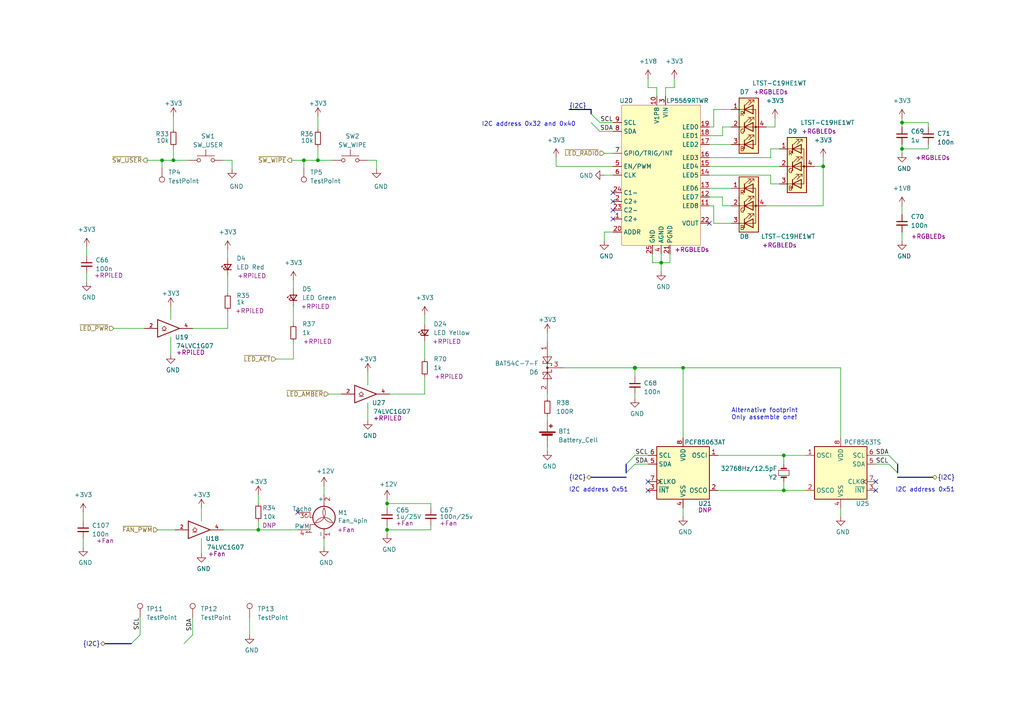
<source format=kicad_sch>
(kicad_sch (version 20210621) (generator eeschema)
  (paper "A4")
  (title_block (title "Control/RTC") (date "2021-01-12") (rev "0.1") (company "Nabu Casa") (comment 1 "www.nabucasa.com") (comment 2 "Amber"))
  (lib_symbols
    (symbol "74xGxx:74LVC1G07" (pin_names (offset 1.016))
      (property "Reference" "U" (at -2.54 3.81 0))
      (property "Value" "74LVC1G07" (at 0 -3.81 0))
      (symbol "74LVC1G07_0_1"
        (polyline (pts (xy -2.54 -0.635) (xy -1.27 -0.635)))
        (polyline (pts (xy -3.81 2.54) (xy -3.81 -2.54) (xy 2.54 0) (xy -3.81 2.54)) (stroke (width 0.254)))
        (polyline (pts (xy -1.905 0.635) (xy -2.54 0) (xy -1.905 -0.635) (xy -1.27 0) (xy -1.905 0.635)))
      )
      (symbol "74LVC1G07_1_1"
        (pin input line (at -7.62 0 0) (length 3.81) (name "~") (number "2"))
        (pin power_in line (at 0 -2.54 270) (length 0) hide (name "GND") (number "3"))
        (pin open_collector line (at 6.35 0 180) (length 3.81) (name "~") (number "4"))
        (pin power_in line (at 0 2.54 90) (length 0) hide (name "VCC") (number "5"))
      )
    )
    (symbol "Amber:LP5569"
      (property "Reference" "U" (at -10.16 21.59 0))
      (property "Value" "LP5569" (at 7.62 21.59 0))
      (symbol "LP5569_0_1"
        (rectangle (start -11.43 20.32) (end 11.43 -20.32) (stroke (width 0.0006)) (fill (type background)))
      )
      (symbol "LP5569_1_1"
        (pin input line (at -13.97 -12.7 0) (length 2.54) (name "C2+") (number "1"))
        (pin input line (at -1.27 22.86 270) (length 2.54) (name "V1P8") (number "10"))
        (pin output line (at 13.97 -8.89 180) (length 2.54) (name "LED8") (number "11"))
        (pin output line (at 13.97 -6.35 180) (length 2.54) (name "LED7") (number "12"))
        (pin output line (at 13.97 -3.81 180) (length 2.54) (name "LED6") (number "13"))
        (pin output line (at 13.97 0 180) (length 2.54) (name "LED5") (number "14"))
        (pin output line (at 13.97 2.54 180) (length 2.54) (name "LED4") (number "15"))
        (pin output line (at 13.97 5.08 180) (length 2.54) (name "LED3") (number "16"))
        (pin output line (at 13.97 8.89 180) (length 2.54) (name "LED2") (number "17"))
        (pin output line (at 13.97 11.43 180) (length 2.54) (name "LED1") (number "18"))
        (pin output line (at 13.97 13.97 180) (length 2.54) (name "LED0") (number "19"))
        (pin input line (at -13.97 -7.62 0) (length 2.54) (name "C2+") (number "2"))
        (pin input line (at -13.97 -16.51 0) (length 2.54) (name "ADDR") (number "20"))
        (pin input line (at 2.54 -22.86 90) (length 2.54) (name "PGND") (number "21"))
        (pin output line (at 13.97 -13.97 180) (length 2.54) (name "VOUT") (number "22"))
        (pin input line (at -13.97 -10.16 0) (length 2.54) (name "C2-") (number "23"))
        (pin input line (at -13.97 -5.08 0) (length 2.54) (name "C1-") (number "24"))
        (pin input line (at -2.54 -22.86 90) (length 2.54) (name "GND") (number "25"))
        (pin input line (at 1.27 22.86 270) (length 2.54) (name "VIN") (number "3"))
        (pin input line (at 0 -22.86 90) (length 2.54) (name "AGND") (number "4"))
        (pin input line (at -13.97 2.54 0) (length 2.54) (name "EN/PWM") (number "5"))
        (pin input line (at -13.97 0 0) (length 2.54) (name "CLK") (number "6"))
        (pin input line (at -13.97 6.35 0) (length 2.54) (name "GPIO/TRIG/INT") (number "7"))
        (pin bidirectional line (at -13.97 12.7 0) (length 2.54) (name "SDA") (number "8"))
        (pin input line (at -13.97 15.24 0) (length 2.54) (name "SCL") (number "9"))
      )
    )
    (symbol "Connector:TestPoint" (pin_numbers hide) (pin_names (offset 0.762) hide)
      (property "Reference" "TP" (at 0 6.858 0))
      (property "Value" "TestPoint" (at 0 5.08 0))
      (symbol "TestPoint_0_1"
        (circle (center 0 3.302) (radius 0.762))
      )
      (symbol "TestPoint_1_1"
        (pin passive line (at 0 0 90) (length 2.54) (name "1") (number "1"))
      )
    )
    (symbol "Device:Battery_Cell" (pin_numbers hide) (pin_names (offset 0) hide)
      (property "Reference" "BT" (at 2.54 2.54 0))
      (property "Value" "Battery_Cell" (at 2.54 0 0))
      (symbol "Battery_Cell_0_1"
        (rectangle (start -2.286 1.778) (end 2.286 1.524) (fill (type outline)))
        (rectangle (start -1.5748 1.1938) (end 1.4732 0.6858) (fill (type outline)))
        (polyline (pts (xy 0 0.762) (xy 0 0)))
        (polyline (pts (xy 0 1.778) (xy 0 2.54)))
        (polyline (pts (xy 0.508 3.429) (xy 1.524 3.429)) (stroke (width 0.254)))
        (polyline (pts (xy 1.016 3.937) (xy 1.016 2.921)) (stroke (width 0.254)))
      )
      (symbol "Battery_Cell_1_1"
        (pin passive line (at 0 5.08 270) (length 2.54) (name "+") (number "1"))
        (pin passive line (at 0 -2.54 90) (length 2.54) (name "-") (number "2"))
      )
    )
    (symbol "Device:C_Small" (pin_numbers hide) (pin_names (offset 0.254) hide)
      (property "Reference" "C" (at 0.254 1.778 0))
      (property "Value" "C_Small" (at 0.254 -2.032 0))
      (symbol "C_Small_0_1"
        (polyline (pts (xy -1.524 -0.508) (xy 1.524 -0.508)) (stroke (width 0.3302)))
        (polyline (pts (xy -1.524 0.508) (xy 1.524 0.508)) (stroke (width 0.3048)))
      )
      (symbol "C_Small_1_1"
        (pin passive line (at 0 2.54 270) (length 2.032) (name "~") (number "1"))
        (pin passive line (at 0 -2.54 90) (length 2.032) (name "~") (number "2"))
      )
    )
    (symbol "Device:Crystal_Small" (pin_numbers hide) (pin_names (offset 1.016) hide)
      (property "Reference" "Y" (at 0 2.54 0))
      (property "Value" "Crystal_Small" (at 0 -2.54 0))
      (symbol "Crystal_Small_0_1"
        (rectangle (start -0.762 -1.524) (end 0.762 1.524))
        (polyline (pts (xy -1.27 -0.762) (xy -1.27 0.762)) (stroke (width 0.381)))
        (polyline (pts (xy 1.27 -0.762) (xy 1.27 0.762)) (stroke (width 0.381)))
      )
      (symbol "Crystal_Small_1_1"
        (pin passive line (at -2.54 0 0) (length 1.27) (name "1") (number "1"))
        (pin passive line (at 2.54 0 180) (length 1.27) (name "2") (number "2"))
      )
    )
    (symbol "Device:LED_RGBA" (pin_names (offset 0) hide)
      (property "Reference" "D" (at 0 9.398 0))
      (property "Value" "LED_RGBA" (at 0 -8.89 0))
      (symbol "LED_RGBA_0_0"
        (text "B" (at -1.905 -6.35 0) (effects (font (size 1.27 1.27))))
        (text "G" (at -1.905 -1.27 0) (effects (font (size 1.27 1.27))))
        (text "R" (at -1.905 3.81 0) (effects (font (size 1.27 1.27))))
      )
      (symbol "LED_RGBA_0_1"
        (circle (center 2.032 0) (radius 0.254) (fill (type outline)))
        (rectangle (start 1.27 -1.27) (end 1.27 1.27))
        (rectangle (start 1.27 1.27) (end 1.27 1.27))
        (rectangle (start 1.27 3.81) (end 1.27 6.35))
        (rectangle (start 1.27 6.35) (end 1.27 6.35))
        (rectangle (start 2.794 8.382) (end -2.794 -7.62) (stroke (width 0.254)) (fill (type background)))
        (polyline (pts (xy -1.27 -5.08) (xy -2.54 -5.08)))
        (polyline (pts (xy -1.27 -5.08) (xy 1.27 -5.08)))
        (polyline (pts (xy -1.27 -3.81) (xy -1.27 -6.35)) (stroke (width 0.254)))
        (polyline (pts (xy -1.27 0) (xy -2.54 0)))
        (polyline (pts (xy -1.27 1.27) (xy -1.27 -1.27)) (stroke (width 0.254)))
        (polyline (pts (xy -1.27 5.08) (xy -2.54 5.08)))
        (polyline (pts (xy -1.27 5.08) (xy 1.27 5.08)))
        (polyline (pts (xy -1.27 6.35) (xy -1.27 3.81)) (stroke (width 0.254)))
        (polyline (pts (xy 1.27 0) (xy -1.27 0)))
        (polyline (pts (xy 1.27 0) (xy 2.54 0)))
        (polyline (pts (xy -1.27 1.27) (xy -1.27 -1.27) (xy -1.27 -1.27)))
        (polyline (pts (xy -1.27 6.35) (xy -1.27 3.81) (xy -1.27 3.81)))
        (polyline (pts (xy 1.27 -5.08) (xy 2.032 -5.08) (xy 2.032 5.08) (xy 1.27 5.08)))
        (polyline (pts (xy 1.27 -3.81) (xy 1.27 -6.35) (xy -1.27 -5.08) (xy 1.27 -3.81)) (stroke (width 0.254)))
        (polyline (pts (xy 1.27 1.27) (xy 1.27 -1.27) (xy -1.27 0) (xy 1.27 1.27)) (stroke (width 0.254)))
        (polyline (pts (xy 1.27 6.35) (xy 1.27 3.81) (xy -1.27 5.08) (xy 1.27 6.35)) (stroke (width 0.254)))
        (polyline (pts (xy -1.016 -3.81) (xy 0.508 -2.286) (xy -0.254 -2.286) (xy 0.508 -2.286) (xy 0.508 -3.048)))
        (polyline (pts (xy -1.016 1.27) (xy 0.508 2.794) (xy -0.254 2.794) (xy 0.508 2.794) (xy 0.508 2.032)))
        (polyline (pts (xy -1.016 6.35) (xy 0.508 7.874) (xy -0.254 7.874) (xy 0.508 7.874) (xy 0.508 7.112)))
        (polyline (pts (xy 0 -3.81) (xy 1.524 -2.286) (xy 0.762 -2.286) (xy 1.524 -2.286) (xy 1.524 -3.048)))
        (polyline (pts (xy 0 1.27) (xy 1.524 2.794) (xy 0.762 2.794) (xy 1.524 2.794) (xy 1.524 2.032)))
        (polyline (pts (xy 0 6.35) (xy 1.524 7.874) (xy 0.762 7.874) (xy 1.524 7.874) (xy 1.524 7.112)))
      )
      (symbol "LED_RGBA_1_1"
        (pin passive line (at -5.08 5.08 0) (length 2.54) (name "RK") (number "1"))
        (pin passive line (at -5.08 0 0) (length 2.54) (name "GK") (number "2"))
        (pin passive line (at -5.08 -5.08 0) (length 2.54) (name "BK") (number "3"))
        (pin passive line (at 5.08 0 180) (length 2.54) (name "A") (number "4"))
      )
    )
    (symbol "Device:LED_Small" (pin_numbers hide) (pin_names (offset 0.254) hide)
      (property "Reference" "D" (at -1.27 3.175 0))
      (property "Value" "LED_Small" (at -4.445 -2.54 0))
      (symbol "LED_Small_0_1"
        (polyline (pts (xy -0.762 -1.016) (xy -0.762 1.016)) (stroke (width 0.254)))
        (polyline (pts (xy 1.016 0) (xy -0.762 0)))
        (polyline (pts (xy 0.762 -1.016) (xy -0.762 0) (xy 0.762 1.016) (xy 0.762 -1.016)) (stroke (width 0.254)))
        (polyline (pts (xy 0 0.762) (xy -0.508 1.27) (xy -0.254 1.27) (xy -0.508 1.27) (xy -0.508 1.016)))
        (polyline (pts (xy 0.508 1.27) (xy 0 1.778) (xy 0.254 1.778) (xy 0 1.778) (xy 0 1.524)))
      )
      (symbol "LED_Small_1_1"
        (pin passive line (at -2.54 0 0) (length 1.778) (name "K") (number "1"))
        (pin passive line (at 2.54 0 180) (length 1.778) (name "A") (number "2"))
      )
    )
    (symbol "Device:R_Small" (pin_numbers hide) (pin_names (offset 0.254) hide)
      (property "Reference" "R" (at 0.762 0.508 0))
      (property "Value" "R_Small" (at 0.762 -1.016 0))
      (symbol "R_Small_0_1"
        (rectangle (start -0.762 1.778) (end 0.762 -1.778) (stroke (width 0.2032)))
      )
      (symbol "R_Small_1_1"
        (pin passive line (at 0 2.54 270) (length 0.762) (name "~") (number "1"))
        (pin passive line (at 0 -2.54 90) (length 0.762) (name "~") (number "2"))
      )
    )
    (symbol "Diode:BAT54C" (pin_names (offset 1.016))
      (property "Reference" "D" (at 0.635 -3.81 0))
      (property "Value" "BAT54C" (at -6.35 3.175 0))
      (symbol "BAT54C_0_1"
        (circle (center 0 0) (radius 0.254) (fill (type outline)))
        (polyline (pts (xy -1.905 0) (xy 1.905 0)))
        (polyline (pts (xy -1.905 1.27) (xy -1.905 1.016)))
        (polyline (pts (xy -1.27 -1.27) (xy -0.635 -1.27)))
        (polyline (pts (xy -1.27 0) (xy -3.81 0)))
        (polyline (pts (xy -1.27 1.27) (xy -1.905 1.27)))
        (polyline (pts (xy -1.27 1.27) (xy -1.27 -1.27)))
        (polyline (pts (xy -0.635 -1.27) (xy -0.635 -1.016)))
        (polyline (pts (xy 0.635 -1.27) (xy 0.635 -1.016)))
        (polyline (pts (xy 1.27 -1.27) (xy 0.635 -1.27)))
        (polyline (pts (xy 1.27 1.27) (xy 1.27 -1.27)))
        (polyline (pts (xy 1.27 1.27) (xy 1.905 1.27)))
        (polyline (pts (xy 1.905 1.27) (xy 1.905 1.016)))
        (polyline (pts (xy 3.81 0) (xy 1.27 0)))
        (polyline (pts (xy -3.175 -1.27) (xy -3.175 1.27) (xy -1.27 0) (xy -3.175 -1.27)))
        (polyline (pts (xy 3.175 -1.27) (xy 3.175 1.27) (xy 1.27 0) (xy 3.175 -1.27)))
      )
      (symbol "BAT54C_1_1"
        (pin passive line (at -7.62 0 0) (length 3.81) (name "~") (number "1"))
        (pin passive line (at 7.62 0 180) (length 3.81) (name "~") (number "2"))
        (pin passive line (at 0 -5.08 90) (length 5.08) (name "~") (number "3"))
      )
    )
    (symbol "Motor:Fan_4pin" (pin_names (offset 0))
      (property "Reference" "M" (at 2.54 5.08 0))
      (property "Value" "Fan_4pin" (at 2.54 -2.54 0))
      (symbol "Fan_4pin_0_0"
        (arc (start -5.588 1.524) (end -5.08 2.032) (radius (at -5.08 1.524) (length 0.508) (angles 180 90)))
        (arc (start -5.588 1.524) (end -4.572 1.524) (radius (at -5.08 1.524) (length 0.508) (angles -179.9 -0.1)))
        (polyline (pts (xy -5.08 2.032) (xy -5.334 2.159)))
        (polyline (pts (xy -5.08 2.032) (xy -5.207 1.778)))
        (polyline (pts (xy -4.064 2.54) (xy -4.064 1.016) (xy -3.302 1.016)))
      )
      (symbol "Fan_4pin_0_1"
        (arc (start 0 3.81) (end -2.54 -0.508) (radius (at -2.4892 2.3876) (length 2.8702) (angles 29.7 -91)))
        (arc (start -2.54 -0.508) (end 2.54 -0.508) (radius (at 0 -1.778) (length 2.8448) (angles 153.4 26.6)))
        (arc (start 2.54 -0.508) (end 0 3.81) (radius (at 2.6162 2.413) (length 2.921) (angles -91.5 151.9)))
        (circle (center 0 1.016) (radius 3.2512) (stroke (width 0.254)))
        (polyline (pts (xy -4.064 2.54) (xy -5.08 2.54)))
        (polyline (pts (xy 0 -5.08) (xy 0 -4.572)))
        (polyline (pts (xy 0 -2.2352) (xy 0 -2.6416)))
        (polyline (pts (xy 0 4.2672) (xy 0 4.6228)))
        (polyline (pts (xy 0 4.572) (xy 0 5.08)))
        (polyline (pts (xy -2.54 -1.016) (xy -4.064 -1.016) (xy -4.064 -2.54) (xy -5.08 -2.54)))
        (polyline (pts (xy -5.334 -3.302) (xy -5.08 -3.302) (xy -5.08 -3.048) (xy -4.826 -3.048) (xy -4.826 -3.302) (xy -4.318 -3.302) (xy -4.318 -3.048) (xy -4.064 -3.048) (xy -4.064 -3.302) (xy -3.556 -3.302)))
      )
      (symbol "Fan_4pin_1_1"
        (pin passive line (at 0 -5.08 90) (length 2.54) (name "-") (number "1"))
        (pin passive line (at 0 7.62 270) (length 2.54) (name "+") (number "2"))
        (pin passive line (at -7.62 2.54 0) (length 2.54) (name "Tacho") (number "3"))
        (pin input line (at -7.62 -2.54 0) (length 2.54) (name "PWM") (number "4"))
      )
    )
    (symbol "Switch:SW_Push" (pin_numbers hide) (pin_names (offset 1.016) hide)
      (property "Reference" "SW" (at 1.27 2.54 0))
      (property "Value" "SW_Push" (at 0 -1.524 0))
      (symbol "SW_Push_0_1"
        (circle (center -2.032 0) (radius 0.508))
        (circle (center 2.032 0) (radius 0.508))
        (polyline (pts (xy 0 1.27) (xy 0 3.048)))
        (polyline (pts (xy 2.54 1.27) (xy -2.54 1.27)))
        (pin passive line (at -5.08 0 0) (length 2.54) (name "1") (number "1"))
        (pin passive line (at 5.08 0 180) (length 2.54) (name "2") (number "2"))
      )
    )
    (symbol "Timer_RTC:PCF8563T"
      (property "Reference" "U" (at -7.62 8.89 0))
      (property "Value" "PCF8563T" (at 2.54 8.89 0))
      (symbol "PCF8563T_0_1"
        (rectangle (start -7.62 7.62) (end 7.62 -7.62) (stroke (width 0.254)) (fill (type background)))
      )
      (symbol "PCF8563T_1_1"
        (pin input line (at -10.16 5.08 0) (length 2.54) (name "OSCI") (number "1"))
        (pin output line (at -10.16 -5.08 0) (length 2.54) (name "OSCO") (number "2"))
        (pin output line (at 10.16 -5.08 180) (length 2.54) (name "~{INT}") (number "3"))
        (pin power_in line (at 0 -10.16 90) (length 2.54) (name "VSS") (number "4"))
        (pin bidirectional line (at 10.16 2.54 180) (length 2.54) (name "SDA") (number "5"))
        (pin input line (at 10.16 5.08 180) (length 2.54) (name "SCL") (number "6"))
        (pin output clock (at 10.16 -2.54 180) (length 2.54) (name "CLKO") (number "7"))
        (pin power_in line (at 0 10.16 270) (length 2.54) (name "VDD") (number "8"))
      )
    )
    (symbol "Timer_RTC:PCF8563TS"
      (property "Reference" "U" (at -7.62 8.89 0))
      (property "Value" "PCF8563TS" (at 2.54 8.89 0))
      (symbol "PCF8563TS_0_1"
        (rectangle (start -7.62 7.62) (end 7.62 -7.62) (stroke (width 0.254)) (fill (type background)))
      )
      (symbol "PCF8563TS_1_1"
        (pin input line (at -10.16 5.08 0) (length 2.54) (name "OSCI") (number "1"))
        (pin output line (at -10.16 -5.08 0) (length 2.54) (name "OSCO") (number "2"))
        (pin output line (at 10.16 -5.08 180) (length 2.54) (name "~{INT}") (number "3"))
        (pin power_in line (at 0 -10.16 90) (length 2.54) (name "VSS") (number "4"))
        (pin bidirectional line (at 10.16 2.54 180) (length 2.54) (name "SDA") (number "5"))
        (pin input line (at 10.16 5.08 180) (length 2.54) (name "SCL") (number "6"))
        (pin output clock (at 10.16 -2.54 180) (length 2.54) (name "CLKO") (number "7"))
        (pin power_in line (at 0 10.16 270) (length 2.54) (name "VDD") (number "8"))
      )
    )
    (symbol "power:+12V" (power) (pin_names (offset 0))
      (property "Value" "+12V" (at 0 3.556 0))
      (symbol "+12V_0_1"
        (polyline (pts (xy -0.762 1.27) (xy 0 2.54)))
        (polyline (pts (xy 0 0) (xy 0 2.54)))
        (polyline (pts (xy 0 2.54) (xy 0.762 1.27)))
      )
      (symbol "+12V_1_1"
        (pin power_in line (at 0 0 90) (length 0) hide (name "+12V") (number "1"))
      )
    )
    (symbol "power:+1V8" (power) (pin_names (offset 0))
      (property "Value" "+1V8" (at 0 3.556 0))
      (symbol "+1V8_0_1"
        (polyline (pts (xy -0.762 1.27) (xy 0 2.54)))
        (polyline (pts (xy 0 0) (xy 0 2.54)))
        (polyline (pts (xy 0 2.54) (xy 0.762 1.27)))
      )
      (symbol "+1V8_1_1"
        (pin power_in line (at 0 0 90) (length 0) hide (name "+1V8") (number "1"))
      )
    )
    (symbol "power:+3V3" (power) (pin_names (offset 0))
      (property "Value" "+3V3" (at 0 3.556 0))
      (symbol "+3V3_0_1"
        (polyline (pts (xy -0.762 1.27) (xy 0 2.54)))
        (polyline (pts (xy 0 0) (xy 0 2.54)))
        (polyline (pts (xy 0 2.54) (xy 0.762 1.27)))
      )
      (symbol "+3V3_1_1"
        (pin power_in line (at 0 0 90) (length 0) hide (name "+3V3") (number "1"))
      )
    )
    (symbol "power:GND" (power) (pin_names (offset 0))
      (property "Value" "GND" (at 0 -3.81 0))
      (symbol "GND_0_1"
        (polyline (pts (xy 0 0) (xy 0 -1.27) (xy 1.27 -1.27) (xy 0 -2.54) (xy -1.27 -1.27) (xy 0 -1.27)))
      )
      (symbol "GND_1_1"
        (pin power_in line (at 0 0 270) (length 0) hide (name "GND") (number "1"))
      )
    )
  )
  (junction (at 46.99 46.482) (diameter 0.9144))
  (junction (at 50.292 46.482) (diameter 0.9144))
  (junction (at 74.93 153.67) (diameter 0.9144))
  (junction (at 88.138 46.482) (diameter 0.9144))
  (junction (at 92.202 46.482) (diameter 0.9144))
  (junction (at 112.268 146.05) (diameter 0.9144))
  (junction (at 112.268 153.67) (diameter 0.9144))
  (junction (at 184.15 106.68) (diameter 1.016))
  (junction (at 191.77 76.2) (diameter 0.9144))
  (junction (at 198.12 106.68) (diameter 0.9144))
  (junction (at 227.33 132.08) (diameter 0.9144))
  (junction (at 227.33 142.24) (diameter 0.9144))
  (junction (at 238.76 48.26) (diameter 0.9144))
  (junction (at 261.62 35.56) (diameter 0.9144))
  (junction (at 261.62 43.18) (diameter 0.9144))
  (no_connect (at 86.36 148.59))
  (no_connect (at 177.8 55.88))
  (no_connect (at 177.8 58.42))
  (no_connect (at 177.8 60.96))
  (no_connect (at 177.8 63.5))
  (no_connect (at 187.96 139.7))
  (no_connect (at 187.96 142.24))
  (no_connect (at 205.74 64.77))
  (no_connect (at 254 139.7))
  (no_connect (at 254 142.24))
  (bus_entry (at 38.1 186.69) (size 2.54 -2.54) (stroke (width 0.1524)))
  (bus_entry (at 53.34 186.69) (size 2.54 -2.54) (stroke (width 0.1524)))
  (bus_entry (at 171.45 33.02) (size 2.54 2.54) (stroke (width 0.1524)))
  (bus_entry (at 171.45 35.56) (size 2.54 2.54) (stroke (width 0.1524)))
  (bus_entry (at 181.61 134.62) (size 2.54 -2.54) (stroke (width 0.1524)))
  (bus_entry (at 181.61 137.16) (size 2.54 -2.54) (stroke (width 0.1524)))
  (bus_entry (at 260.35 134.62) (size -2.54 -2.54) (stroke (width 0.1524)))
  (bus_entry (at 260.35 137.16) (size -2.54 -2.54) (stroke (width 0.1524)))
  (wire (pts (xy 24.13 148.59) (xy 24.13 151.13)))
  (wire (pts (xy 24.13 156.21) (xy 24.13 158.75)))
  (wire (pts (xy 25.146 71.628) (xy 25.146 74.168)))
  (wire (pts (xy 25.146 79.248) (xy 25.146 81.788)))
  (wire (pts (xy 33.02 95.25) (xy 41.91 95.25)))
  (wire (pts (xy 40.64 179.07) (xy 40.64 184.15)))
  (wire (pts (xy 42.672 46.482) (xy 46.99 46.482)))
  (wire (pts (xy 45.72 153.67) (xy 50.8 153.67)))
  (wire (pts (xy 46.99 46.482) (xy 46.99 48.768)))
  (wire (pts (xy 46.99 46.482) (xy 50.292 46.482)))
  (wire (pts (xy 49.53 88.9) (xy 49.53 92.71)))
  (wire (pts (xy 49.53 97.79) (xy 49.53 102.87)))
  (wire (pts (xy 50.292 37.592) (xy 50.292 33.782)))
  (wire (pts (xy 50.292 42.672) (xy 50.292 46.482)))
  (wire (pts (xy 50.292 46.482) (xy 54.61 46.482)))
  (wire (pts (xy 55.88 95.25) (xy 66.04 95.25)))
  (wire (pts (xy 55.88 179.07) (xy 55.88 184.15)))
  (wire (pts (xy 58.42 147.32) (xy 58.42 151.13)))
  (wire (pts (xy 58.42 156.21) (xy 58.42 160.528)))
  (wire (pts (xy 64.77 46.482) (xy 67.31 46.482)))
  (wire (pts (xy 64.77 153.67) (xy 74.93 153.67)))
  (wire (pts (xy 66.04 72.39) (xy 66.04 74.93)))
  (wire (pts (xy 66.04 80.01) (xy 66.04 85.09)))
  (wire (pts (xy 66.04 95.25) (xy 66.04 90.17)))
  (wire (pts (xy 67.31 46.482) (xy 67.31 49.022)))
  (wire (pts (xy 72.39 179.07) (xy 72.39 184.15)))
  (wire (pts (xy 74.93 146.05) (xy 74.93 143.51)))
  (wire (pts (xy 74.93 151.13) (xy 74.93 153.67)))
  (wire (pts (xy 74.93 153.67) (xy 86.36 153.67)))
  (wire (pts (xy 80.01 104.14) (xy 85.09 104.14)))
  (wire (pts (xy 84.582 46.482) (xy 88.138 46.482)))
  (wire (pts (xy 85.09 81.28) (xy 85.09 83.82)))
  (wire (pts (xy 85.09 88.9) (xy 85.09 93.98)))
  (wire (pts (xy 85.09 99.06) (xy 85.09 104.14)))
  (wire (pts (xy 88.138 46.482) (xy 88.138 48.768)))
  (wire (pts (xy 88.138 46.482) (xy 92.202 46.482)))
  (wire (pts (xy 92.202 37.592) (xy 92.202 33.782)))
  (wire (pts (xy 92.202 42.672) (xy 92.202 46.482)))
  (wire (pts (xy 92.202 46.482) (xy 96.52 46.482)))
  (wire (pts (xy 93.98 140.97) (xy 93.98 143.51)))
  (wire (pts (xy 93.98 156.21) (xy 93.98 158.75)))
  (wire (pts (xy 95.25 114.3) (xy 99.06 114.3)))
  (wire (pts (xy 106.68 46.482) (xy 109.22 46.482)))
  (wire (pts (xy 106.68 107.95) (xy 106.68 111.76)))
  (wire (pts (xy 106.68 116.84) (xy 106.68 121.92)))
  (wire (pts (xy 109.22 46.482) (xy 109.22 49.022)))
  (wire (pts (xy 112.268 144.78) (xy 112.268 146.05)))
  (wire (pts (xy 112.268 146.05) (xy 112.268 147.32)))
  (wire (pts (xy 112.268 146.05) (xy 124.968 146.05)))
  (wire (pts (xy 112.268 152.4) (xy 112.268 153.67)))
  (wire (pts (xy 112.268 153.67) (xy 112.268 154.94)))
  (wire (pts (xy 112.268 153.67) (xy 124.968 153.67)))
  (wire (pts (xy 113.03 114.3) (xy 123.19 114.3)))
  (wire (pts (xy 123.19 91.44) (xy 123.19 93.98)))
  (wire (pts (xy 123.19 99.06) (xy 123.19 104.14)))
  (wire (pts (xy 123.19 109.22) (xy 123.19 114.3)))
  (wire (pts (xy 124.968 147.32) (xy 124.968 146.05)))
  (wire (pts (xy 124.968 152.4) (xy 124.968 153.67)))
  (wire (pts (xy 158.75 96.52) (xy 158.75 99.06)))
  (wire (pts (xy 158.75 114.3) (xy 158.75 115.57)))
  (wire (pts (xy 158.75 120.65) (xy 158.75 121.92)))
  (wire (pts (xy 158.75 129.54) (xy 158.75 130.81)))
  (wire (pts (xy 161.29 45.72) (xy 161.29 48.26)))
  (wire (pts (xy 161.29 48.26) (xy 177.8 48.26)))
  (wire (pts (xy 163.83 106.68) (xy 184.15 106.68)))
  (wire (pts (xy 175.26 44.45) (xy 177.8 44.45)))
  (wire (pts (xy 175.26 50.8) (xy 177.8 50.8)))
  (wire (pts (xy 175.26 67.31) (xy 177.8 67.31)))
  (wire (pts (xy 175.26 69.85) (xy 175.26 67.31)))
  (wire (pts (xy 177.8 35.56) (xy 173.99 35.56)))
  (wire (pts (xy 177.8 38.1) (xy 173.99 38.1)))
  (wire (pts (xy 184.15 106.68) (xy 184.15 109.22)))
  (wire (pts (xy 184.15 106.68) (xy 198.12 106.68)))
  (wire (pts (xy 184.15 114.3) (xy 184.15 115.57)))
  (wire (pts (xy 187.96 22.86) (xy 187.96 25.4)))
  (wire (pts (xy 187.96 25.4) (xy 190.5 25.4)))
  (wire (pts (xy 187.96 132.08) (xy 184.15 132.08)))
  (wire (pts (xy 187.96 134.62) (xy 184.15 134.62)))
  (wire (pts (xy 189.23 73.66) (xy 189.23 76.2)))
  (wire (pts (xy 189.23 76.2) (xy 191.77 76.2)))
  (wire (pts (xy 190.5 25.4) (xy 190.5 27.94)))
  (wire (pts (xy 191.77 73.66) (xy 191.77 76.2)))
  (wire (pts (xy 191.77 76.2) (xy 191.77 78.74)))
  (wire (pts (xy 191.77 76.2) (xy 194.31 76.2)))
  (wire (pts (xy 193.04 25.4) (xy 193.04 27.94)))
  (wire (pts (xy 194.31 76.2) (xy 194.31 73.66)))
  (wire (pts (xy 195.58 22.86) (xy 195.58 25.4)))
  (wire (pts (xy 195.58 25.4) (xy 193.04 25.4)))
  (wire (pts (xy 198.12 106.68) (xy 198.12 127)))
  (wire (pts (xy 198.12 147.32) (xy 198.12 149.86)))
  (wire (pts (xy 205.74 36.83) (xy 207.01 36.83)))
  (wire (pts (xy 205.74 39.37) (xy 209.55 39.37)))
  (wire (pts (xy 205.74 41.91) (xy 212.09 41.91)))
  (wire (pts (xy 205.74 45.72) (xy 223.52 45.72)))
  (wire (pts (xy 205.74 48.26) (xy 226.06 48.26)))
  (wire (pts (xy 205.74 50.8) (xy 223.52 50.8)))
  (wire (pts (xy 205.74 54.61) (xy 212.09 54.61)))
  (wire (pts (xy 205.74 57.15) (xy 209.55 57.15)))
  (wire (pts (xy 205.74 59.69) (xy 207.01 59.69)))
  (wire (pts (xy 207.01 31.75) (xy 212.09 31.75)))
  (wire (pts (xy 207.01 36.83) (xy 207.01 31.75)))
  (wire (pts (xy 207.01 59.69) (xy 207.01 64.77)))
  (wire (pts (xy 207.01 64.77) (xy 212.09 64.77)))
  (wire (pts (xy 208.28 132.08) (xy 227.33 132.08)))
  (wire (pts (xy 208.28 142.24) (xy 227.33 142.24)))
  (wire (pts (xy 209.55 36.83) (xy 212.09 36.83)))
  (wire (pts (xy 209.55 39.37) (xy 209.55 36.83)))
  (wire (pts (xy 209.55 57.15) (xy 209.55 59.69)))
  (wire (pts (xy 209.55 59.69) (xy 212.09 59.69)))
  (wire (pts (xy 222.25 36.83) (xy 224.79 36.83)))
  (wire (pts (xy 222.25 59.69) (xy 238.76 59.69)))
  (wire (pts (xy 223.52 43.18) (xy 226.06 43.18)))
  (wire (pts (xy 223.52 45.72) (xy 223.52 43.18)))
  (wire (pts (xy 223.52 50.8) (xy 223.52 53.34)))
  (wire (pts (xy 223.52 53.34) (xy 226.06 53.34)))
  (wire (pts (xy 224.79 34.29) (xy 224.79 36.83)))
  (wire (pts (xy 227.33 132.08) (xy 233.68 132.08)))
  (wire (pts (xy 227.33 134.62) (xy 227.33 132.08)))
  (wire (pts (xy 227.33 139.7) (xy 227.33 142.24)))
  (wire (pts (xy 227.33 142.24) (xy 233.68 142.24)))
  (wire (pts (xy 236.22 48.26) (xy 238.76 48.26)))
  (wire (pts (xy 238.76 48.26) (xy 238.76 45.72)))
  (wire (pts (xy 238.76 59.69) (xy 238.76 48.26)))
  (wire (pts (xy 243.84 106.68) (xy 198.12 106.68)))
  (wire (pts (xy 243.84 127) (xy 243.84 106.68)))
  (wire (pts (xy 243.84 147.32) (xy 243.84 149.86)))
  (wire (pts (xy 254 132.08) (xy 257.81 132.08)))
  (wire (pts (xy 254 134.62) (xy 257.81 134.62)))
  (wire (pts (xy 261.62 34.29) (xy 261.62 35.56)))
  (wire (pts (xy 261.62 35.56) (xy 261.62 36.83)))
  (wire (pts (xy 261.62 41.91) (xy 261.62 43.18)))
  (wire (pts (xy 261.62 43.18) (xy 261.62 44.45)))
  (wire (pts (xy 261.62 43.18) (xy 269.24 43.18)))
  (wire (pts (xy 261.62 59.69) (xy 261.62 62.23)))
  (wire (pts (xy 261.62 67.31) (xy 261.62 69.85)))
  (wire (pts (xy 269.24 35.56) (xy 261.62 35.56)))
  (wire (pts (xy 269.24 36.83) (xy 269.24 35.56)))
  (wire (pts (xy 269.24 41.91) (xy 269.24 43.18)))
  (bus (pts (xy 30.48 186.69) (xy 53.34 186.69)))
  (bus (pts (xy 165.1 31.75) (xy 171.45 31.75)))
  (bus (pts (xy 171.45 31.75) (xy 171.45 35.56)))
  (bus (pts (xy 181.61 134.62) (xy 181.61 138.43)))
  (bus (pts (xy 181.61 138.43) (xy 171.45 138.43)))
  (bus (pts (xy 260.35 134.62) (xy 260.35 138.43)))
  (bus (pts (xy 260.35 138.43) (xy 270.51 138.43)))
  (text "I2C address 0x32 and 0x40" (at 139.7 36.83 0) (effects (font (size 1.27 1.27)) (justify left bottom)))
  (text "I2C address 0x51" (at 182.245 142.875 180) (effects (font (size 1.27 1.27)) (justify right bottom)))
  (text "Alternative footprint\nOnly assemble one!" (at 212.09 121.92 0) (effects (font (size 1.27 1.27)) (justify left bottom)))
  (text "I2C address 0x51" (at 259.715 142.875 0) (effects (font (size 1.27 1.27)) (justify left bottom)))
  (label "SCL" (at 40.64 179.07 270))
  (label "SDA" (at 55.88 179.324 270))
  (label "{I2C}" (at 165.1 31.75 0))
  (label "SCL" (at 177.8 35.56 180))
  (label "SDA" (at 177.8 38.1 180))
  (label "SCL" (at 187.96 132.08 180))
  (label "SDA" (at 187.96 134.62 180))
  (label "SDA" (at 254 132.08 0))
  (label "SCL" (at 254 134.62 0))
  (hierarchical_label "{I2C}" (shape bidirectional) (at 30.48 186.69 180))
  (hierarchical_label "~{LED_PWR}" (shape input) (at 33.02 95.25 180))
  (hierarchical_label "~{SW_USER}" (shape output) (at 42.672 46.482 180))
  (hierarchical_label "~{FAN_PWM}" (shape input) (at 45.72 153.67 180))
  (hierarchical_label "~{LED_ACT}" (shape input) (at 80.01 104.14 180))
  (hierarchical_label "~{SW_WIPE}" (shape output) (at 84.582 46.482 180))
  (hierarchical_label "~{LED_AMBER}" (shape input) (at 95.25 114.3 180))
  (hierarchical_label "{I2C}" (shape bidirectional) (at 171.45 138.43 180))
  (hierarchical_label "~{LED_RADIO}" (shape input) (at 175.26 44.45 180))
  (hierarchical_label "{I2C}" (shape bidirectional) (at 270.51 138.43 0))
  (symbol (lib_id "power:+3V3") (at 24.13 148.59 0) (unit 1)
    (property "Reference" "#PWR027" (effects hide))
    (property "Value" "+3V3" (at 24.13 143.51 0))
  )
  (symbol (lib_id "power:+3V3") (at 25.146 71.628 0) (unit 1)
    (property "Reference" "#PWR0129" (effects hide))
    (property "Value" "+3V3" (at 25.146 66.548 0))
  )
  (symbol (lib_id "power:+3V3") (at 49.53 88.9 0) (unit 1)
    (property "Reference" "#PWR0117" (effects hide))
    (property "Value" "+3V3" (at 49.53 85.09 0))
  )
  (symbol (lib_id "power:+3V3") (at 50.292 33.782 0) (unit 1)
    (property "Reference" "#PWR0114" (effects hide))
    (property "Value" "+3V3" (at 50.292 29.972 0))
  )
  (symbol (lib_id "power:+3V3") (at 58.42 147.32 0) (unit 1)
    (property "Reference" "#PWR0115" (effects hide))
    (property "Value" "+3V3" (at 58.42 143.51 0))
  )
  (symbol (lib_id "power:+3V3") (at 66.04 72.39 0) (unit 1)
    (property "Reference" "#PWR0121" (effects hide))
    (property "Value" "+3V3" (at 66.04 67.31 0))
  )
  (symbol (lib_id "power:+3V3") (at 74.93 143.51 0) (unit 1)
    (property "Reference" "#PWR0120" (effects hide))
    (property "Value" "+3V3" (at 74.93 139.7 0))
  )
  (symbol (lib_id "power:+3V3") (at 85.09 81.28 0) (unit 1)
    (property "Reference" "#PWR0128" (effects hide))
    (property "Value" "+3V3" (at 85.09 76.2 0))
  )
  (symbol (lib_id "power:+3V3") (at 92.202 33.782 0) (unit 1)
    (property "Reference" "#PWR0122" (effects hide))
    (property "Value" "+3V3" (at 92.202 29.972 0))
  )
  (symbol (lib_id "power:+12V") (at 93.98 140.97 0) (unit 1)
    (property "Reference" "#PWR0123" (effects hide))
    (property "Value" "+12V" (at 94.3483 136.6456 0))
  )
  (symbol (lib_id "power:+3V3") (at 106.68 107.95 0) (unit 1)
    (property "Reference" "#PWR0214" (effects hide))
    (property "Value" "+3V3" (at 106.68 104.14 0))
  )
  (symbol (lib_id "power:+12V") (at 112.268 144.78 0) (unit 1)
    (property "Reference" "#PWR0126" (effects hide))
    (property "Value" "+12V" (at 112.6363 140.4556 0))
  )
  (symbol (lib_id "power:+3V3") (at 123.19 91.44 0) (unit 1)
    (property "Reference" "#PWR0204" (effects hide))
    (property "Value" "+3V3" (at 123.19 86.36 0))
  )
  (symbol (lib_id "power:+3V3") (at 158.75 96.52 0) (unit 1)
    (property "Reference" "#PWR0136" (effects hide))
    (property "Value" "+3V3" (at 158.75 92.71 0))
  )
  (symbol (lib_id "power:+3V3") (at 161.29 45.72 0) (unit 1)
    (property "Reference" "#PWR0131" (effects hide))
    (property "Value" "+3V3" (at 161.29 40.64 0))
  )
  (symbol (lib_id "power:+1V8") (at 187.96 22.86 0) (unit 1)
    (property "Reference" "#PWR0134" (effects hide))
    (property "Value" "+1V8" (at 187.96 17.78 0))
  )
  (symbol (lib_id "power:+3V3") (at 195.58 22.86 0) (unit 1)
    (property "Reference" "#PWR0138" (effects hide))
    (property "Value" "+3V3" (at 195.58 17.78 0))
  )
  (symbol (lib_id "power:+3V3") (at 224.79 34.29 0) (unit 1)
    (property "Reference" "#PWR0140" (effects hide))
    (property "Value" "+3V3" (at 224.79 29.21 0))
  )
  (symbol (lib_id "power:+3V3") (at 238.76 45.72 0) (unit 1)
    (property "Reference" "#PWR0142" (effects hide))
    (property "Value" "+3V3" (at 238.76 40.64 0))
  )
  (symbol (lib_id "power:+3V3") (at 261.62 34.29 0) (unit 1)
    (property "Reference" "#PWR0143" (effects hide))
    (property "Value" "+3V3" (at 261.62 29.21 0))
  )
  (symbol (lib_id "power:+1V8") (at 261.62 59.69 0) (unit 1)
    (property "Reference" "#PWR0145" (effects hide))
    (property "Value" "+1V8" (at 261.62 54.61 0))
  )
  (symbol (lib_id "Connector:TestPoint") (at 40.64 179.07 0) (unit 1)
    (property "Reference" "TP11" (at 42.418 176.5934 0) (effects (justify left)))
    (property "Value" "TestPoint" (at 42.418 179.1334 0) (effects (justify left)))
    (property "Footprint" "TestPoint:TestPoint_Pad_D1.0mm" (effects hide))
  )
  (symbol (lib_id "Connector:TestPoint") (at 46.99 48.768 180) (unit 1)
    (property "Reference" "TP4" (at 48.768 49.9744 0) (effects (justify right)))
    (property "Value" "TestPoint" (at 48.768 52.5144 0) (effects (justify right)))
    (property "Footprint" "TestPoint:TestPoint_Pad_D1.0mm" (effects hide))
  )
  (symbol (lib_id "Connector:TestPoint") (at 55.88 179.07 0) (unit 1)
    (property "Reference" "TP12" (at 58.166 176.5934 0) (effects (justify left)))
    (property "Value" "TestPoint" (at 58.166 179.1334 0) (effects (justify left)))
    (property "Footprint" "TestPoint:TestPoint_Pad_D1.0mm" (effects hide))
  )
  (symbol (lib_id "Connector:TestPoint") (at 72.39 179.07 0) (unit 1)
    (property "Reference" "TP13" (at 74.676 176.5934 0) (effects (justify left)))
    (property "Value" "TestPoint" (at 74.676 179.1334 0) (effects (justify left)))
    (property "Footprint" "TestPoint:TestPoint_Pad_D1.0mm" (effects hide))
  )
  (symbol (lib_id "Connector:TestPoint") (at 88.138 48.768 180) (unit 1)
    (property "Reference" "TP5" (at 89.916 49.9744 0) (effects (justify right)))
    (property "Value" "TestPoint" (at 89.916 52.5144 0) (effects (justify right)))
    (property "Footprint" "TestPoint:TestPoint_Pad_D1.0mm" (effects hide))
  )
  (symbol (lib_id "power:GND") (at 24.13 158.75 0) (unit 1)
    (property "Reference" "#PWR0196" (effects hide))
    (property "Value" "GND" (at 24.765 163.195 0))
  )
  (symbol (lib_id "power:GND") (at 25.146 81.788 0) (unit 1)
    (property "Reference" "#PWR0130" (effects hide))
    (property "Value" "GND" (at 25.781 86.233 0))
  )
  (symbol (lib_id "power:GND") (at 49.53 102.87 0) (unit 1)
    (property "Reference" "#PWR0118" (effects hide))
    (property "Value" "GND" (at 50.165 107.315 0))
  )
  (symbol (lib_id "power:GND") (at 58.42 160.528 0) (unit 1)
    (property "Reference" "#PWR0116" (effects hide))
    (property "Value" "GND" (at 59.055 164.973 0))
  )
  (symbol (lib_id "power:GND") (at 67.31 49.022 0) (unit 1)
    (property "Reference" "#PWR0119" (effects hide))
    (property "Value" "GND" (at 68.58 54.102 0))
  )
  (symbol (lib_id "power:GND") (at 72.39 184.15 0) (unit 1)
    (property "Reference" "#PWR0213" (effects hide))
    (property "Value" "GND" (at 73.025 188.595 0))
  )
  (symbol (lib_id "power:GND") (at 93.98 158.75 0) (unit 1)
    (property "Reference" "#PWR0124" (effects hide))
    (property "Value" "GND" (at 94.615 163.195 0))
  )
  (symbol (lib_id "power:GND") (at 106.68 121.92 0) (unit 1)
    (property "Reference" "#PWR0215" (effects hide))
    (property "Value" "GND" (at 107.315 126.365 0))
  )
  (symbol (lib_id "power:GND") (at 109.22 49.022 0) (unit 1)
    (property "Reference" "#PWR0125" (effects hide))
    (property "Value" "GND" (at 110.49 54.102 0))
  )
  (symbol (lib_id "power:GND") (at 112.268 154.94 0) (unit 1)
    (property "Reference" "#PWR0127" (effects hide))
    (property "Value" "GND" (at 112.903 159.385 0))
  )
  (symbol (lib_id "power:GND") (at 158.75 130.81 0) (unit 1)
    (property "Reference" "#PWR0137" (effects hide))
    (property "Value" "GND" (at 159.385 135.255 0))
  )
  (symbol (lib_id "power:GND") (at 175.26 50.8 270) (unit 1)
    (property "Reference" "#PWR0132" (effects hide))
    (property "Value" "GND" (at 172.085 50.9143 90) (effects (justify right)))
  )
  (symbol (lib_id "power:GND") (at 175.26 69.85 0) (unit 1)
    (property "Reference" "#PWR0133" (effects hide))
    (property "Value" "GND" (at 175.895 74.295 0))
  )
  (symbol (lib_id "power:GND") (at 184.15 115.57 0) (unit 1)
    (property "Reference" "#PWR0139" (effects hide))
    (property "Value" "GND" (at 184.785 120.015 0))
  )
  (symbol (lib_id "power:GND") (at 191.77 78.74 0) (unit 1)
    (property "Reference" "#PWR0135" (effects hide))
    (property "Value" "GND" (at 192.405 83.185 0))
  )
  (symbol (lib_id "power:GND") (at 198.12 149.86 0) (unit 1)
    (property "Reference" "#PWR0141" (effects hide))
    (property "Value" "GND" (at 198.755 154.305 0))
  )
  (symbol (lib_id "power:GND") (at 243.84 149.86 0) (unit 1)
    (property "Reference" "#PWR0203" (effects hide))
    (property "Value" "GND" (at 244.475 154.305 0))
  )
  (symbol (lib_id "power:GND") (at 261.62 44.45 0) (unit 1)
    (property "Reference" "#PWR0144" (effects hide))
    (property "Value" "GND" (at 262.255 48.895 0))
  )
  (symbol (lib_id "power:GND") (at 261.62 69.85 0) (unit 1)
    (property "Reference" "#PWR0146" (effects hide))
    (property "Value" "GND" (at 262.255 74.295 0))
  )
  (symbol (lib_id "Device:R_Small") (at 50.292 40.132 180) (unit 1)
    (property "Reference" "R33" (at 49.022 38.862 0) (effects (justify left)))
    (property "Value" "10k" (at 49.022 40.767 0) (effects (justify left)))
    (property "Footprint" "Resistor_SMD:R_0402_1005Metric" (effects hide))
  )
  (symbol (lib_id "Device:R_Small") (at 66.04 87.63 0) (unit 1)
    (property "Reference" "R35" (at 68.58 85.725 0) (effects (justify left)))
    (property "Value" "1k" (at 68.58 87.63 0) (effects (justify left)))
    (property "Footprint" "Resistor_SMD:R_0402_1005Metric" (effects hide))
    (property "Config" "+RPiLED" (at 72.39 90.17 0))
  )
  (symbol (lib_id "Device:R_Small") (at 74.93 148.59 180) (unit 1)
    (property "Reference" "R34" (at 80.01 147.32 0) (effects (justify left)))
    (property "Value" "10k" (at 80.01 149.86 0) (effects (justify left)))
    (property "Footprint" "Resistor_SMD:R_0402_1005Metric" (effects hide))
    (property "Config" "DNP" (at 78.105 152.4 0))
  )
  (symbol (lib_id "Device:R_Small") (at 85.09 96.52 0) (unit 1)
    (property "Reference" "R37" (at 87.63 93.98 0) (effects (justify left)))
    (property "Value" "1k" (at 87.63 96.52 0) (effects (justify left)))
    (property "Footprint" "Resistor_SMD:R_0402_1005Metric" (effects hide))
    (property "Config" "+RPiLED" (at 92.075 99.06 0))
  )
  (symbol (lib_id "Device:R_Small") (at 92.202 40.132 180) (unit 1)
    (property "Reference" "R36" (at 90.932 38.862 0) (effects (justify left)))
    (property "Value" "10k" (at 90.932 40.767 0) (effects (justify left)))
    (property "Footprint" "Resistor_SMD:R_0402_1005Metric" (effects hide))
  )
  (symbol (lib_id "Device:R_Small") (at 123.19 106.68 0) (unit 1)
    (property "Reference" "R70" (at 125.73 104.14 0) (effects (justify left)))
    (property "Value" "1k" (at 125.73 106.68 0) (effects (justify left)))
    (property "Footprint" "Resistor_SMD:R_0402_1005Metric" (effects hide))
    (property "Config" "+RPiLED" (at 130.175 109.22 0))
  )
  (symbol (lib_id "Device:R_Small") (at 158.75 118.11 0) (unit 1)
    (property "Reference" "R38" (at 161.29 116.84 0) (effects (justify left)))
    (property "Value" "100R" (at 161.29 119.38 0) (effects (justify left)))
    (property "Footprint" "Resistor_SMD:R_0402_1005Metric" (effects hide))
  )
  (symbol (lib_id "Device:LED_Small") (at 66.04 77.47 90) (unit 1)
    (property "Reference" "D4" (at 68.58 74.93 90) (effects (justify right)))
    (property "Value" "LED Red" (at 68.58 77.47 90) (effects (justify right)))
    (property "Footprint" "LED_SMD:LED_0603_1608Metric" (effects hide))
    (property "Datasheet" "https://datasheet.lcsc.com/lcsc/1811101510_Everlight-Elec-19-217-R6C-AL1M2VY-3T_C72044.pdf" (effects hide))
    (property "Manufacturer" "Everlight Elec" (effects hide))
    (property "PartNumber" "19-217/R6C-AL1M2VY/3T" (effects hide))
    (property "Config" "+RPiLED" (at 73.025 80.01 90))
  )
  (symbol (lib_id "Device:LED_Small") (at 85.09 86.36 90) (unit 1)
    (property "Reference" "D5" (at 87.63 83.82 90) (effects (justify right)))
    (property "Value" "LED Green" (at 87.63 86.36 90) (effects (justify right)))
    (property "Footprint" "LED_SMD:LED_0603_1608Metric" (effects hide))
    (property "Datasheet" "https://datasheet.lcsc.com/lcsc/1811101510_Everlight-Elec-19-217-GHC-YR1S2-3T_C72043.pdf" (effects hide))
    (property "Manufacturer" "Everlight Elec" (effects hide))
    (property "PartNumber" "19-217/GHC-YR1S2/3T" (effects hide))
    (property "Config" "+RPiLED" (at 91.44 88.9 90))
  )
  (symbol (lib_id "Device:LED_Small") (at 123.19 96.52 90) (unit 1)
    (property "Reference" "D24" (at 125.73 93.98 90) (effects (justify right)))
    (property "Value" "LED Yellow" (at 125.73 96.52 90) (effects (justify right)))
    (property "Footprint" "LED_SMD:LED_0603_1608Metric" (effects hide))
    (property "Datasheet" "https://datasheet.lcsc.com/lcsc/1810101813_Everlight-Elec-19-213-Y2C-CQ2R2L-3T-CY_C72038.pdf" (effects hide))
    (property "Manufacturer" "Everlight Elec" (effects hide))
    (property "PartNumber" "19-213/Y2C-CQ2R2L/3T(CY)" (effects hide))
    (property "Config" "+RPiLED" (at 129.54 99.06 90))
  )
  (symbol (lib_id "Device:Crystal_Small") (at 227.33 137.16 270) (unit 1)
    (property "Reference" "Y2" (at 225.425 138.43 90) (effects (justify right)))
    (property "Value" "32768Hz{slash}12.5pF" (at 225.425 135.89 90) (effects (justify right)))
    (property "Footprint" "Crystal:Crystal_SMD_3215-2Pin_3.2x1.5mm" (effects hide))
    (property "Manufacturer" "Yangxing Tech" (effects hide))
    (property "PartNumber" "X321532768KGD2SI" (effects hide))
  )
  (symbol (lib_id "Device:C_Small") (at 24.13 153.67 0) (unit 1)
    (property "Reference" "C107" (at 26.67 152.4 0) (effects (justify left)))
    (property "Value" "100n" (at 26.67 154.94 0) (effects (justify left)))
    (property "Footprint" "Capacitor_SMD:C_0402_1005Metric" (effects hide))
    (property "Config" "+Fan" (at 30.48 156.845 0))
  )
  (symbol (lib_id "Device:C_Small") (at 25.146 76.708 0) (unit 1)
    (property "Reference" "C66" (at 27.686 75.438 0) (effects (justify left)))
    (property "Value" "100n" (at 27.686 77.978 0) (effects (justify left)))
    (property "Footprint" "Capacitor_SMD:C_0402_1005Metric" (effects hide))
    (property "Config" "+RPiLED" (at 31.496 79.883 0))
  )
  (symbol (lib_id "Device:C_Small") (at 112.268 149.86 0) (unit 1)
    (property "Reference" "C65" (at 114.808 147.955 0) (effects (justify left)))
    (property "Value" "1u/25V" (at 114.808 149.86 0) (effects (justify left)))
    (property "Footprint" "Capacitor_SMD:C_0402_1005Metric" (effects hide))
    (property "Config" "+Fan" (at 117.348 151.765 0))
  )
  (symbol (lib_id "Device:C_Small") (at 124.968 149.86 0) (unit 1)
    (property "Reference" "C67" (at 127.508 147.955 0) (effects (justify left)))
    (property "Value" "100n/25v" (at 127.508 149.86 0) (effects (justify left)))
    (property "Footprint" "Capacitor_SMD:C_0402_1005Metric" (effects hide))
    (property "Config" "+Fan" (at 130.048 151.765 0))
  )
  (symbol (lib_id "Device:C_Small") (at 184.15 111.76 0) (unit 1)
    (property "Reference" "C68" (at 186.69 111.125 0) (effects (justify left)))
    (property "Value" "100n" (at 186.69 113.665 0) (effects (justify left)))
    (property "Footprint" "Capacitor_SMD:C_0402_1005Metric" (effects hide))
  )
  (symbol (lib_id "Device:C_Small") (at 261.62 39.37 0) (unit 1)
    (property "Reference" "C69" (at 264.16 38.1 0) (effects (justify left)))
    (property "Value" "1u" (at 264.16 40.64 0) (effects (justify left)))
    (property "Footprint" "Capacitor_SMD:C_0402_1005Metric" (effects hide))
    (property "Config" "+RGBLEDs" (at 270.51 45.72 0))
  )
  (symbol (lib_id "Device:C_Small") (at 261.62 64.77 0) (unit 1)
    (property "Reference" "C70" (at 264.16 62.865 0) (effects (justify left)))
    (property "Value" "100n" (at 264.16 65.405 0) (effects (justify left)))
    (property "Footprint" "Capacitor_SMD:C_0402_1005Metric" (effects hide))
    (property "Config" "+RGBLEDs" (at 269.24 68.58 0))
  )
  (symbol (lib_id "Device:C_Small") (at 269.24 39.37 0) (unit 1)
    (property "Reference" "C71" (at 271.78 38.735 0) (effects (justify left)))
    (property "Value" "100n" (at 271.78 41.275 0) (effects (justify left)))
    (property "Footprint" "Capacitor_SMD:C_0402_1005Metric" (effects hide))
    (property "Config" "+RGBLEDs" (effects hide))
  )
  (symbol (lib_id "Device:Battery_Cell") (at 158.75 127 0) (unit 1)
    (property "Reference" "BT1" (at 161.925 125.095 0) (effects (justify left)))
    (property "Value" "Battery_Cell" (at 161.925 127.635 0) (effects (justify left)))
    (property "Footprint" "Battery:BatteryHolder_Keystone_1060_1x2032" (effects hide))
    (property "Manufacturer" "Keystone" (effects hide))
    (property "PartNumber" "1060" (effects hide))
  )
  (symbol (lib_id "Switch:SW_Push") (at 59.69 46.482 0) (unit 1)
    (property "Reference" "SW1" (at 60.325 39.497 0))
    (property "Value" "SW_USER" (at 60.325 42.037 0))
    (property "Footprint" "Button_Switch_THT:SW_Tactile_SPST_Angled_PTS645Vx83-2LFS" (effects hide))
    (property "Manufacturer" "C&K" (effects hide))
    (property "PartNumber" "PTS645VM83-2 LFS" (effects hide))
  )
  (symbol (lib_id "Switch:SW_Push") (at 101.6 46.482 0) (unit 1)
    (property "Reference" "SW2" (at 102.235 39.497 0))
    (property "Value" "SW_WIPE" (at 102.235 42.037 0))
    (property "Footprint" "Button_Switch_THT:SW_Tactile_SPST_Angled_PTS645Vx58-2LFS" (effects hide))
    (property "Manufacturer" "C&K" (effects hide))
    (property "PartNumber" "PTS645VK58-2 LFS" (effects hide))
  )
  (symbol (lib_id "74xGxx:74LVC1G07") (at 49.53 95.25 0) (unit 1)
    (property "Reference" "U19" (at 52.705 97.79 0))
    (property "Value" "74LVC1G07" (at 56.515 100.33 0))
    (property "Footprint" "Package_TO_SOT_SMD:SOT-23-5" (effects hide))
    (property "Datasheet" "https://www.ti.com/lit/sg/scyt129g/scyt129g.pdf" (effects hide))
    (property "Manufacturer" "Texas Instruments" (effects hide))
    (property "PartNumber" "SN74LVC1G07DBV" (effects hide))
    (property "Config" "+RPiLED" (at 55.245 102.235 0))
  )
  (symbol (lib_id "74xGxx:74LVC1G07") (at 58.42 153.67 0) (unit 1)
    (property "Reference" "U18" (at 61.595 156.21 0))
    (property "Value" "74LVC1G07" (at 65.405 158.75 0))
    (property "Footprint" "Package_TO_SOT_SMD:SOT-23-5" (effects hide))
    (property "Datasheet" "https://www.ti.com/lit/sg/scyt129g/scyt129g.pdf" (effects hide))
    (property "Manufacturer" "Texas Instruments" (effects hide))
    (property "PartNumber" "SN74LVC1G07DBV" (effects hide))
    (property "Config" "+Fan" (at 62.865 160.655 0))
  )
  (symbol (lib_id "74xGxx:74LVC1G07") (at 106.68 114.3 0) (unit 1)
    (property "Reference" "U27" (at 109.855 116.84 0))
    (property "Value" "74LVC1G07" (at 113.665 119.38 0))
    (property "Footprint" "Package_TO_SOT_SMD:SOT-23-5" (effects hide))
    (property "Datasheet" "https://www.ti.com/lit/sg/scyt129g/scyt129g.pdf" (effects hide))
    (property "Manufacturer" "Texas Instruments" (effects hide))
    (property "PartNumber" "SN74LVC1G07DBV" (effects hide))
    (property "Config" "+RPiLED" (at 112.395 121.285 0))
  )
  (symbol (lib_id "Diode:BAT54C") (at 158.75 106.68 90) (mirror x) (unit 1)
    (property "Reference" "D6" (at 156.21 107.95 90) (effects (justify left)))
    (property "Value" "BAT54C-7-F" (at 156.21 105.41 90) (effects (justify left)))
    (property "Footprint" "Package_TO_SOT_SMD:SOT-23" (effects hide))
    (property "Datasheet" "http://www.diodes.com/_files/datasheets/ds11005.pdf" (effects hide))
    (property "Manufacturer" "Diodes Incorporated" (effects hide))
    (property "PartNumber" "BAT54C-7-F" (effects hide))
  )
  (symbol (lib_id "Motor:Fan_4pin") (at 93.98 151.13 0) (unit 1)
    (property "Reference" "M1" (at 97.9933 148.7106 0) (effects (justify left)))
    (property "Value" "Fan_4pin" (at 97.9933 151.0093 0) (effects (justify left)))
    (property "Footprint" "Connector:FanPinHeader_1x04_P2.54mm_Vertical" (effects hide))
    (property "Datasheet" "http://www.formfactors.org/developer%5Cspecs%5Crev1_2_public.pdf" (effects hide))
    (property "Manufacturer" "Molex" (effects hide))
    (property "PartNumber" "47053-1000" (effects hide))
    (property "Config" "+Fan" (at 100.33 153.67 0))
  )
  (symbol (lib_id "Device:LED_RGBA") (at 217.17 36.83 0) (unit 1)
    (property "Reference" "D7" (at 215.9 26.67 0))
    (property "Value" "LTST-C19HE1WT" (at 226.06 24.13 0))
    (property "Footprint" "LED_SMD:LED_LiteOn_LTST-C19HE1WT" (effects hide))
    (property "Datasheet" "https://www.mouser.ch/datasheet/2/678/SMB-KTF0-0A306-DS100_2017-09-15-1279410.pdf" (effects hide))
    (property "Manufacturer" "Lite-On" (effects hide))
    (property "PartNumber" "C19HE1WT" (effects hide))
    (property "Config" "+RGBLEDs" (at 223.52 26.67 0))
  )
  (symbol (lib_id "Device:LED_RGBA") (at 217.17 59.69 0) (unit 1)
    (property "Reference" "D8" (at 215.9 68.58 0))
    (property "Value" "LTST-C19HE1WT" (at 228.6 68.58 0))
    (property "Footprint" "LED_SMD:LED_LiteOn_LTST-C19HE1WT" (effects hide))
    (property "Datasheet" "https://www.mouser.ch/datasheet/2/678/SMB-KTF0-0A306-DS100_2017-09-15-1279410.pdf" (effects hide))
    (property "Manufacturer" "Lite-On" (effects hide))
    (property "PartNumber" "C19HE1WT" (effects hide))
    (property "Config" "+RGBLEDs" (at 226.06 71.12 0))
  )
  (symbol (lib_id "Device:LED_RGBA") (at 231.14 48.26 0) (unit 1)
    (property "Reference" "D9" (at 229.87 38.1 0))
    (property "Value" "LTST-C19HE1WT" (at 240.03 35.56 0))
    (property "Footprint" "LED_SMD:LED_LiteOn_LTST-C19HE1WT" (effects hide))
    (property "Datasheet" "https://www.mouser.ch/datasheet/2/678/SMB-KTF0-0A306-DS100_2017-09-15-1279410.pdf" (effects hide))
    (property "Manufacturer" "Lite-On" (effects hide))
    (property "PartNumber" "C19HE1WT" (effects hide))
    (property "Config" "+RGBLEDs" (at 237.49 38.1 0))
  )
  (symbol (lib_id "Timer_RTC:PCF8563T") (at 198.12 137.16 0) (mirror y) (unit 1)
    (property "Reference" "U21" (at 204.47 146.05 0))
    (property "Value" "PCF85063AT" (at 204.47 128.27 0))
    (property "Footprint" "Package_SO:SOIC-8_3.9x4.9mm_P1.27mm" (effects hide))
    (property "Datasheet" "https://www.nxp.com/docs/en/data-sheet/PCF85063A.pdf" (effects hide))
    (property "Manufacturer" "NXP USA" (effects hide))
    (property "PartNumber" "PCF85063AT/AY" (effects hide))
    (property "Config" "DNP" (at 204.47 147.955 0))
  )
  (symbol (lib_id "Timer_RTC:PCF8563TS") (at 243.84 137.16 0) (unit 1)
    (property "Reference" "U25" (at 250.19 146.05 0))
    (property "Value" "PCF8563TS" (at 250.19 128.27 0))
    (property "Footprint" "Package_SO:MSOP-8_3x3mm_P0.65mm" (effects hide))
    (property "Datasheet" "https://www.nxp.com/docs/en/data-sheet/PCF85063A.pdf" (effects hide))
    (property "Manufacturer" "NXP USA" (effects hide))
    (property "PartNumber" "PCF85063ATT/AJ" (effects hide))
  )
  (symbol (lib_id "Amber:LP5569") (at 191.77 50.8 0) (unit 1)
    (property "Reference" "U20" (at 181.61 29.21 0))
    (property "Value" "LP5569RTWR" (at 199.39 29.21 0))
    (property "Footprint" "Package_DFN_QFN:WQFN-24-1EP_4x4mm_P0.5mm_EP2.45x2.45mm" (effects hide))
    (property "Datasheet" "https://www.ti.com/lit/ds/symlink/lp5569.pdf" (effects hide))
    (property "Manufacturer" "Texas Instruments" (effects hide))
    (property "PartNumber" "LP5569RTWR" (effects hide))
    (property "Config" "+RGBLEDs" (at 200.66 72.39 0))
  )
)
</source>
